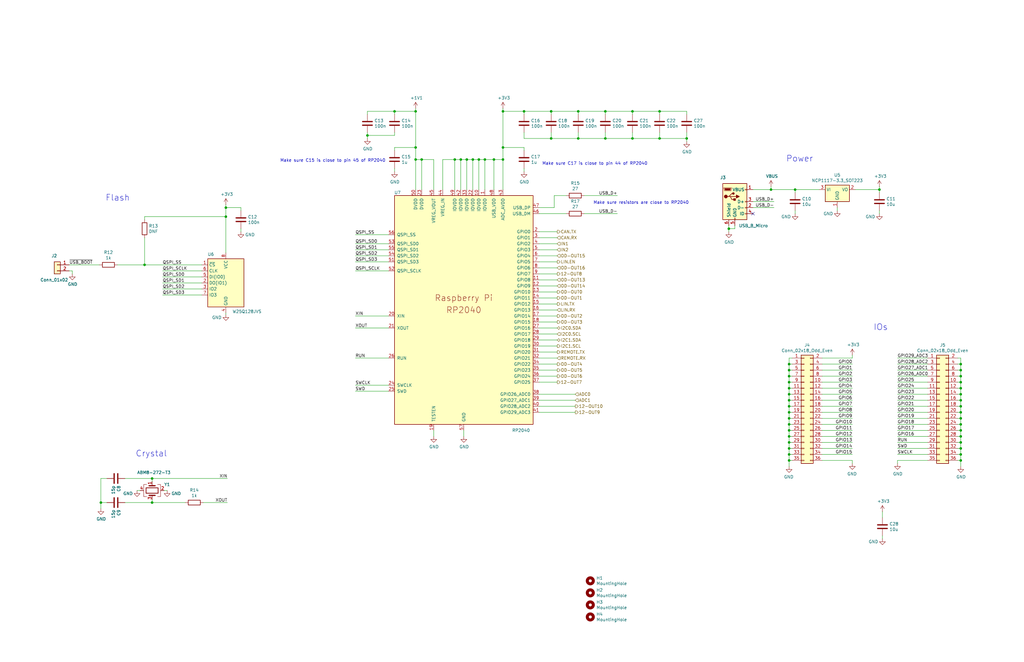
<source format=kicad_sch>
(kicad_sch (version 20231120) (generator "eeschema") (generator_version "8.0")
  (paper "B")
  (lib_symbols
    (symbol "Connector:USB_B_Micro" (pin_names (offset 1.016))
      (property "Reference" "J" (at -5.08 11.43 0))
      (property "Value" "USB_B_Micro" (at -5.08 8.89 0))
      (symbol "USB_B_Micro_1_1"
        (pin power_out line (at 7.62 5.08 180) (length 2.54) (name "VBUS") (number "1"))
        (pin bidirectional line (at 7.62 -2.54 180) (length 2.54) (name "D-") (number "2"))
        (pin bidirectional line (at 7.62 0 180) (length 2.54) (name "D+") (number "3"))
        (pin passive line (at 7.62 -5.08 180) (length 2.54) (name "ID") (number "4"))
        (pin power_out line (at 0 -10.16 90) (length 2.54) (name "GND") (number "5"))
        (pin passive line (at -2.54 -10.16 90) (length 2.54) (name "Shield") (number "6"))
      )
    )
    (symbol "Connector_Generic:Conn_01x02" (pin_names (offset 1.016) hide)
      (property "Reference" "J" (at 0 2.54 0))
      (property "Value" "Conn_01x02" (at 0 -5.08 0))
      (symbol "Conn_01x02_1_1"
        (pin passive line (at -5.08 0 0) (length 3.81) (name "Pin_1") (number "1"))
        (pin passive line (at -5.08 -2.54 0) (length 3.81) (name "Pin_2") (number "2"))
      )
    )
    (symbol "Connector_Generic:Conn_02x18_Odd_Even" (pin_names (offset 1.016) hide)
      (property "Reference" "J" (at 1.27 22.86 0))
      (property "Value" "Conn_02x18_Odd_Even" (at 1.27 -25.4 0))
      (symbol "Conn_02x18_Odd_Even_1_1"
        (pin passive line (at -5.08 20.32 0) (length 3.81) (name "Pin_1") (number "1"))
        (pin passive line (at 7.62 10.16 180) (length 3.81) (name "Pin_10") (number "10"))
        (pin passive line (at -5.08 7.62 0) (length 3.81) (name "Pin_11") (number "11"))
        (pin passive line (at 7.62 7.62 180) (length 3.81) (name "Pin_12") (number "12"))
        (pin passive line (at -5.08 5.08 0) (length 3.81) (name "Pin_13") (number "13"))
        (pin passive line (at 7.62 5.08 180) (length 3.81) (name "Pin_14") (number "14"))
        (pin passive line (at -5.08 2.54 0) (length 3.81) (name "Pin_15") (number "15"))
        (pin passive line (at 7.62 2.54 180) (length 3.81) (name "Pin_16") (number "16"))
        (pin passive line (at -5.08 0 0) (length 3.81) (name "Pin_17") (number "17"))
        (pin passive line (at 7.62 0 180) (length 3.81) (name "Pin_18") (number "18"))
        (pin passive line (at -5.08 -2.54 0) (length 3.81) (name "Pin_19") (number "19"))
        (pin passive line (at 7.62 20.32 180) (length 3.81) (name "Pin_2") (number "2"))
        (pin passive line (at 7.62 -2.54 180) (length 3.81) (name "Pin_20") (number "20"))
        (pin passive line (at -5.08 -5.08 0) (length 3.81) (name "Pin_21") (number "21"))
        (pin passive line (at 7.62 -5.08 180) (length 3.81) (name "Pin_22") (number "22"))
        (pin passive line (at -5.08 -7.62 0) (length 3.81) (name "Pin_23") (number "23"))
        (pin passive line (at 7.62 -7.62 180) (length 3.81) (name "Pin_24") (number "24"))
        (pin passive line (at -5.08 -10.16 0) (length 3.81) (name "Pin_25") (number "25"))
        (pin passive line (at 7.62 -10.16 180) (length 3.81) (name "Pin_26") (number "26"))
        (pin passive line (at -5.08 -12.7 0) (length 3.81) (name "Pin_27") (number "27"))
        (pin passive line (at 7.62 -12.7 180) (length 3.81) (name "Pin_28") (number "28"))
        (pin passive line (at -5.08 -15.24 0) (length 3.81) (name "Pin_29") (number "29"))
        (pin passive line (at -5.08 17.78 0) (length 3.81) (name "Pin_3") (number "3"))
        (pin passive line (at 7.62 -15.24 180) (length 3.81) (name "Pin_30") (number "30"))
        (pin passive line (at -5.08 -17.78 0) (length 3.81) (name "Pin_31") (number "31"))
        (pin passive line (at 7.62 -17.78 180) (length 3.81) (name "Pin_32") (number "32"))
        (pin passive line (at -5.08 -20.32 0) (length 3.81) (name "Pin_33") (number "33"))
        (pin passive line (at 7.62 -20.32 180) (length 3.81) (name "Pin_34") (number "34"))
        (pin passive line (at -5.08 -22.86 0) (length 3.81) (name "Pin_35") (number "35"))
        (pin passive line (at 7.62 -22.86 180) (length 3.81) (name "Pin_36") (number "36"))
        (pin passive line (at 7.62 17.78 180) (length 3.81) (name "Pin_4") (number "4"))
        (pin passive line (at -5.08 15.24 0) (length 3.81) (name "Pin_5") (number "5"))
        (pin passive line (at 7.62 15.24 180) (length 3.81) (name "Pin_6") (number "6"))
        (pin passive line (at -5.08 12.7 0) (length 3.81) (name "Pin_7") (number "7"))
        (pin passive line (at 7.62 12.7 180) (length 3.81) (name "Pin_8") (number "8"))
        (pin passive line (at -5.08 10.16 0) (length 3.81) (name "Pin_9") (number "9"))
      )
    )
    (symbol "Device:C" (pin_numbers hide) (pin_names (offset 0.254))
      (property "Reference" "C" (at 0.635 2.54 0))
      (property "Value" "C" (at 0.635 -2.54 0))
      (symbol "C_1_1"
        (pin passive line (at 0 3.81 270) (length 2.794) (name "~") (number "1"))
        (pin passive line (at 0 -3.81 90) (length 2.794) (name "~") (number "2"))
      )
    )
    (symbol "Device:Crystal_GND24" (pin_names (offset 1.016) hide)
      (property "Reference" "Y" (at 3.175 5.08 0))
      (property "Value" "Crystal_GND24" (at 3.175 3.175 0))
      (symbol "Crystal_GND24_1_1"
        (pin passive line (at -3.81 0 0) (length 1.27) (name "1") (number "1"))
        (pin passive line (at 0 5.08 270) (length 1.27) (name "2") (number "2"))
        (pin passive line (at 3.81 0 180) (length 1.27) (name "3") (number "3"))
        (pin passive line (at 0 -5.08 90) (length 1.27) (name "4") (number "4"))
      )
    )
    (symbol "Device:R" (pin_numbers hide) (pin_names (offset 0))
      (property "Reference" "R" (at 2.032 0 90))
      (property "Value" "R" (at 0 0 90))
      (symbol "R_1_1"
        (pin passive line (at 0 3.81 270) (length 1.27) (name "~") (number "1"))
        (pin passive line (at 0 -3.81 90) (length 1.27) (name "~") (number "2"))
      )
    )
    (symbol "MCU_RaspberryPi_RP2040:RP2040" (pin_names (offset 1.016))
      (property "Reference" "U" (at -29.21 49.53 0))
      (property "Value" "RP2040" (at 24.13 -49.53 0))
      (symbol "RP2040_0_0"
        (text "Raspberry Pi" (at 0 5.08 0) (effects (font (size 2.54 2.54))))
        (text "RP2040" (at 0 0 0) (effects (font (size 2.54 2.54))))
      )
      (symbol "RP2040_1_1"
        (pin power_in line (at 8.89 50.8 270) (length 2.54) (name "IOVDD") (number "1"))
        (pin power_in line (at 6.35 50.8 270) (length 2.54) (name "IOVDD") (number "10"))
        (pin bidirectional line (at 31.75 12.7 180) (length 2.54) (name "GPIO8") (number "11"))
        (pin bidirectional line (at 31.75 10.16 180) (length 2.54) (name "GPIO9") (number "12"))
        (pin bidirectional line (at 31.75 7.62 180) (length 2.54) (name "GPIO10") (number "13"))
        (pin bidirectional line (at 31.75 5.08 180) (length 2.54) (name "GPIO11") (number "14"))
        (pin bidirectional line (at 31.75 2.54 180) (length 2.54) (name "GPIO12") (number "15"))
        (pin bidirectional line (at 31.75 0 180) (length 2.54) (name "GPIO13") (number "16"))
        (pin bidirectional line (at 31.75 -2.54 180) (length 2.54) (name "GPIO14") (number "17"))
        (pin bidirectional line (at 31.75 -5.08 180) (length 2.54) (name "GPIO15") (number "18"))
        (pin passive line (at -12.7 -50.8 90) (length 2.54) (name "TESTEN") (number "19"))
        (pin bidirectional line (at 31.75 33.02 180) (length 2.54) (name "GPIO0") (number "2"))
        (pin input line (at -31.75 -2.54 0) (length 2.54) (name "XIN") (number "20"))
        (pin passive line (at -31.75 -7.62 0) (length 2.54) (name "XOUT") (number "21"))
        (pin power_in line (at 3.81 50.8 270) (length 2.54) (name "IOVDD") (number "22"))
        (pin power_in line (at -17.78 50.8 270) (length 2.54) (name "DVDD") (number "23"))
        (pin output line (at -31.75 -31.75 0) (length 2.54) (name "SWCLK") (number "24"))
        (pin bidirectional line (at -31.75 -34.29 0) (length 2.54) (name "SWD") (number "25"))
        (pin input line (at -31.75 -20.32 0) (length 2.54) (name "RUN") (number "26"))
        (pin bidirectional line (at 31.75 -7.62 180) (length 2.54) (name "GPIO16") (number "27"))
        (pin bidirectional line (at 31.75 -10.16 180) (length 2.54) (name "GPIO17") (number "28"))
        (pin bidirectional line (at 31.75 -12.7 180) (length 2.54) (name "GPIO18") (number "29"))
        (pin bidirectional line (at 31.75 30.48 180) (length 2.54) (name "GPIO1") (number "3"))
        (pin bidirectional line (at 31.75 -15.24 180) (length 2.54) (name "GPIO19") (number "30"))
        (pin bidirectional line (at 31.75 -17.78 180) (length 2.54) (name "GPIO20") (number "31"))
        (pin bidirectional line (at 31.75 -20.32 180) (length 2.54) (name "GPIO21") (number "32"))
        (pin power_in line (at 1.27 50.8 270) (length 2.54) (name "IOVDD") (number "33"))
        (pin bidirectional line (at 31.75 -22.86 180) (length 2.54) (name "GPIO22") (number "34"))
        (pin bidirectional line (at 31.75 -25.4 180) (length 2.54) (name "GPIO23") (number "35"))
        (pin bidirectional line (at 31.75 -27.94 180) (length 2.54) (name "GPIO24") (number "36"))
        (pin bidirectional line (at 31.75 -30.48 180) (length 2.54) (name "GPIO25") (number "37"))
        (pin bidirectional line (at 31.75 -35.56 180) (length 2.54) (name "GPIO26_ADC0") (number "38"))
        (pin bidirectional line (at 31.75 -38.1 180) (length 2.54) (name "GPIO27_ADC1") (number "39"))
        (pin bidirectional line (at 31.75 27.94 180) (length 2.54) (name "GPIO2") (number "4"))
        (pin bidirectional line (at 31.75 -40.64 180) (length 2.54) (name "GPIO28_ADC2") (number "40"))
        (pin bidirectional line (at 31.75 -43.18 180) (length 2.54) (name "GPIO29_ADC3") (number "41"))
        (pin power_in line (at -1.27 50.8 270) (length 2.54) (name "IOVDD") (number "42"))
        (pin power_in line (at 16.51 50.8 270) (length 2.54) (name "ADC_AVDD") (number "43"))
        (pin power_in line (at -8.89 50.8 270) (length 2.54) (name "VREG_IN") (number "44"))
        (pin power_out line (at -12.7 50.8 270) (length 2.54) (name "VREG_VOUT") (number "45"))
        (pin bidirectional line (at 31.75 40.64 180) (length 2.54) (name "USB_DM") (number "46"))
        (pin bidirectional line (at 31.75 43.18 180) (length 2.54) (name "USB_DP") (number "47"))
        (pin power_in line (at 12.7 50.8 270) (length 2.54) (name "USB_VDD") (number "48"))
        (pin power_in line (at -3.81 50.8 270) (length 2.54) (name "IOVDD") (number "49"))
        (pin bidirectional line (at 31.75 25.4 180) (length 2.54) (name "GPIO3") (number "5"))
        (pin power_in line (at -20.32 50.8 270) (length 2.54) (name "DVDD") (number "50"))
        (pin bidirectional line (at -31.75 20.32 0) (length 2.54) (name "QSPI_SD3") (number "51"))
        (pin output line (at -31.75 16.51 0) (length 2.54) (name "QSPI_SCLK") (number "52"))
        (pin bidirectional line (at -31.75 27.94 0) (length 2.54) (name "QSPI_SD0") (number "53"))
        (pin bidirectional line (at -31.75 22.86 0) (length 2.54) (name "QSPI_SD2") (number "54"))
        (pin bidirectional line (at -31.75 25.4 0) (length 2.54) (name "QSPI_SD1") (number "55"))
        (pin bidirectional line (at -31.75 31.75 0) (length 2.54) (name "QSPI_SS") (number "56"))
        (pin power_in line (at 0 -50.8 90) (length 2.54) (name "GND") (number "57"))
        (pin bidirectional line (at 31.75 22.86 180) (length 2.54) (name "GPIO4") (number "6"))
        (pin bidirectional line (at 31.75 20.32 180) (length 2.54) (name "GPIO5") (number "7"))
        (pin bidirectional line (at 31.75 17.78 180) (length 2.54) (name "GPIO6") (number "8"))
        (pin bidirectional line (at 31.75 15.24 180) (length 2.54) (name "GPIO7") (number "9"))
      )
    )
    (symbol "Mechanical:MountingHole" (pin_names (offset 1.016))
      (property "Reference" "H" (at 0 5.08 0))
      (property "Value" "MountingHole" (at 0 3.175 0))
    )
    (symbol "Memory_Flash:W25Q128JVS"
      (property "Reference" "U" (at -8.89 8.89 0))
      (property "Value" "W25Q128JVS" (at 7.62 8.89 0))
      (symbol "W25Q128JVS_1_1"
        (pin input line (at -10.16 7.62 0) (length 2.54) (name "~{CS}") (number "1"))
        (pin bidirectional line (at -10.16 0 0) (length 2.54) (name "DO(IO1)") (number "2"))
        (pin bidirectional line (at -10.16 -2.54 0) (length 2.54) (name "IO2") (number "3"))
        (pin power_in line (at 0 -12.7 90) (length 2.54) (name "GND") (number "4"))
        (pin bidirectional line (at -10.16 2.54 0) (length 2.54) (name "DI(IO0)") (number "5"))
        (pin input line (at -10.16 5.08 0) (length 2.54) (name "CLK") (number "6"))
        (pin bidirectional line (at -10.16 -5.08 0) (length 2.54) (name "IO3") (number "7"))
        (pin power_in line (at 0 12.7 270) (length 2.54) (name "VCC") (number "8"))
      )
    )
    (symbol "Regulator_Linear:NCP1117-3.3_SOT223"
      (property "Reference" "U" (at -3.81 3.175 0))
      (property "Value" "NCP1117-3.3_SOT223" (at 0 3.175 0))
      (symbol "NCP1117-3.3_SOT223_1_1"
        (pin power_in line (at 0 -7.62 90) (length 2.54) (name "GND") (number "1"))
        (pin power_out line (at 7.62 0 180) (length 2.54) (name "VO") (number "2"))
        (pin power_in line (at -7.62 0 0) (length 2.54) (name "VI") (number "3"))
      )
    )
    (symbol "power:+1V1" (power) (pin_names (offset 0))
      (property "Value" "+1V1" (at 0 3.556 0))
      (symbol "+1V1_1_1"
        (pin power_in line (at 0 0 90) (length 0) hide (name "+1V1") (number "1"))
      )
    )
    (symbol "power:+3V3" (power) (pin_numbers hide) (pin_names (offset 0) hide)
      (property "Value" "+3V3" (at 0 3.556 0))
      (symbol "+3V3_1_1"
        (pin power_in line (at 0 0 90) (length 0) (name "~") (number "1"))
      )
    )
    (symbol "power:GND" (power) (pin_names (offset 0))
      (property "Value" "GND" (at 0 -3.81 0))
      (symbol "GND_1_1"
        (pin power_in line (at 0 0 270) (length 0) hide (name "GND") (number "1"))
      )
    )
    (symbol "power:VBUS" (power) (pin_names (offset 0))
      (property "Value" "VBUS" (at 0 3.81 0))
      (symbol "VBUS_1_1"
        (pin power_in line (at 0 0 90) (length 0) hide (name "VBUS") (number "1"))
      )
    )
  )
  (junction (at 405.13 168.91))
  (junction (at 232.41 46.99))
  (junction (at 332.74 158.75))
  (junction (at 243.84 58.42))
  (junction (at 194.31 67.31))
  (junction (at 177.8 67.31))
  (junction (at 307.34 96.52))
  (junction (at 95.25 91.44))
  (junction (at 332.74 173.99))
  (junction (at 332.74 161.29))
  (junction (at 204.47 67.31))
  (junction (at 175.26 67.31))
  (junction (at 405.13 153.67))
  (junction (at 220.98 46.99))
  (junction (at 332.74 194.31))
  (junction (at 95.25 87.63))
  (junction (at 201.93 67.31))
  (junction (at 232.41 58.42))
  (junction (at 199.39 67.31))
  (junction (at 212.09 67.31))
  (junction (at 212.09 46.99))
  (junction (at 332.74 156.21))
  (junction (at 405.13 184.15))
  (junction (at 332.74 186.69))
  (junction (at 212.09 62.23))
  (junction (at 332.74 171.45))
  (junction (at 405.13 176.53))
  (junction (at 332.74 153.67))
  (junction (at 60.96 111.76))
  (junction (at 405.13 161.29))
  (junction (at 278.13 58.42))
  (junction (at 196.85 67.31))
  (junction (at 332.74 184.15))
  (junction (at 405.13 181.61))
  (junction (at 370.84 80.01))
  (junction (at 332.74 163.83))
  (junction (at 191.77 67.31))
  (junction (at 175.26 46.99))
  (junction (at 405.13 158.75))
  (junction (at 255.27 58.42))
  (junction (at 405.13 173.99))
  (junction (at 243.84 46.99))
  (junction (at 154.94 57.15))
  (junction (at 405.13 163.83))
  (junction (at 335.28 80.01))
  (junction (at 325.12 80.01))
  (junction (at 405.13 166.37))
  (junction (at 64.135 212.09))
  (junction (at 332.74 189.23))
  (junction (at 166.37 46.99))
  (junction (at 332.74 166.37))
  (junction (at 405.13 156.21))
  (junction (at 255.27 46.99))
  (junction (at 332.74 191.77))
  (junction (at 405.13 191.77))
  (junction (at 289.56 58.42))
  (junction (at 278.13 46.99))
  (junction (at 405.13 189.23))
  (junction (at 175.26 62.23))
  (junction (at 405.13 194.31))
  (junction (at 266.7 46.99))
  (junction (at 332.74 179.07))
  (junction (at 332.74 181.61))
  (junction (at 405.13 179.07))
  (junction (at 266.7 58.42))
  (junction (at 405.13 171.45))
  (junction (at 405.13 186.69))
  (junction (at 64.135 201.93))
  (junction (at 42.545 212.09))
  (junction (at 332.74 176.53))
  (junction (at 208.28 67.31))
  (junction (at 332.74 168.91))
  (no_connect (at 317.5 90.17))
  (wire (pts (xy 359.41 186.69) (xy 346.71 186.69)))
  (wire (pts (xy 403.86 171.45) (xy 405.13 171.45)))
  (wire (pts (xy 391.16 179.07) (xy 378.46 179.07)))
  (wire (pts (xy 255.27 55.88) (xy 255.27 58.42)))
  (wire (pts (xy 85.09 121.92) (xy 68.58 121.92)))
  (wire (pts (xy 177.8 80.01) (xy 177.8 67.31)))
  (wire (pts (xy 227.33 153.67) (xy 234.95 153.67)))
  (wire (pts (xy 186.69 80.01) (xy 186.69 67.31)))
  (wire (pts (xy 405.13 189.23) (xy 405.13 191.77)))
  (wire (pts (xy 405.13 168.91) (xy 405.13 171.45)))
  (wire (pts (xy 334.01 176.53) (xy 332.74 176.53)))
  (wire (pts (xy 359.41 158.75) (xy 346.71 158.75)))
  (wire (pts (xy 334.01 153.67) (xy 332.74 153.67)))
  (wire (pts (xy 212.09 46.99) (xy 212.09 62.23)))
  (wire (pts (xy 359.41 156.21) (xy 346.71 156.21)))
  (wire (pts (xy 378.46 194.31) (xy 391.16 194.31)))
  (wire (pts (xy 391.16 156.21) (xy 378.46 156.21)))
  (wire (pts (xy 227.33 158.75) (xy 234.95 158.75)))
  (wire (pts (xy 85.09 119.38) (xy 68.58 119.38)))
  (wire (pts (xy 370.84 88.9) (xy 370.84 90.17)))
  (wire (pts (xy 334.01 191.77) (xy 332.74 191.77)))
  (wire (pts (xy 391.16 171.45) (xy 378.46 171.45)))
  (wire (pts (xy 149.86 133.35) (xy 163.83 133.35)))
  (wire (pts (xy 289.56 55.88) (xy 289.56 58.42)))
  (wire (pts (xy 359.41 184.15) (xy 346.71 184.15)))
  (wire (pts (xy 163.83 99.06) (xy 149.86 99.06)))
  (wire (pts (xy 372.11 215.9) (xy 372.11 218.44)))
  (wire (pts (xy 266.7 46.99) (xy 278.13 46.99)))
  (wire (pts (xy 227.33 120.65) (xy 234.95 120.65)))
  (wire (pts (xy 212.09 45.72) (xy 212.09 46.99)))
  (wire (pts (xy 194.31 80.01) (xy 194.31 67.31)))
  (wire (pts (xy 52.705 212.09) (xy 64.135 212.09)))
  (wire (pts (xy 391.16 176.53) (xy 378.46 176.53)))
  (wire (pts (xy 360.68 80.01) (xy 370.84 80.01)))
  (wire (pts (xy 332.74 176.53) (xy 332.74 179.07)))
  (wire (pts (xy 154.94 57.15) (xy 154.94 58.42)))
  (wire (pts (xy 64.135 212.09) (xy 78.105 212.09)))
  (wire (pts (xy 52.705 201.93) (xy 64.135 201.93)))
  (wire (pts (xy 182.88 67.31) (xy 177.8 67.31)))
  (wire (pts (xy 405.13 191.77) (xy 405.13 194.31)))
  (wire (pts (xy 227.33 87.63) (xy 233.68 87.63)))
  (wire (pts (xy 278.13 46.99) (xy 289.56 46.99)))
  (wire (pts (xy 220.98 48.26) (xy 220.98 46.99)))
  (wire (pts (xy 95.25 132.715) (xy 95.25 132.08)))
  (wire (pts (xy 227.33 102.87) (xy 234.95 102.87)))
  (wire (pts (xy 154.94 46.99) (xy 166.37 46.99)))
  (wire (pts (xy 163.83 165.1) (xy 149.86 165.1)))
  (wire (pts (xy 220.98 55.88) (xy 220.98 58.42)))
  (wire (pts (xy 372.11 226.06) (xy 372.11 227.33)))
  (wire (pts (xy 334.01 173.99) (xy 332.74 173.99)))
  (wire (pts (xy 266.7 48.26) (xy 266.7 46.99)))
  (wire (pts (xy 227.33 123.19) (xy 234.95 123.19)))
  (wire (pts (xy 405.13 179.07) (xy 405.13 181.61)))
  (wire (pts (xy 403.86 168.91) (xy 405.13 168.91)))
  (wire (pts (xy 332.74 184.15) (xy 332.74 186.69)))
  (wire (pts (xy 199.39 67.31) (xy 201.93 67.31)))
  (wire (pts (xy 391.16 168.91) (xy 378.46 168.91)))
  (wire (pts (xy 69.215 207.01) (xy 70.485 207.01)))
  (wire (pts (xy 182.88 181.61) (xy 182.88 184.15)))
  (wire (pts (xy 194.31 67.31) (xy 196.85 67.31)))
  (wire (pts (xy 309.88 96.52) (xy 307.34 96.52)))
  (wire (pts (xy 391.16 158.75) (xy 378.46 158.75)))
  (wire (pts (xy 212.09 62.23) (xy 220.98 62.23)))
  (wire (pts (xy 359.41 173.99) (xy 346.71 173.99)))
  (wire (pts (xy 289.56 48.26) (xy 289.56 46.99)))
  (wire (pts (xy 332.74 151.13) (xy 332.74 153.67)))
  (wire (pts (xy 359.41 166.37) (xy 346.71 166.37)))
  (wire (pts (xy 208.28 80.01) (xy 208.28 67.31)))
  (wire (pts (xy 332.74 168.91) (xy 332.74 171.45)))
  (wire (pts (xy 405.13 156.21) (xy 405.13 158.75)))
  (wire (pts (xy 163.83 151.13) (xy 149.86 151.13)))
  (wire (pts (xy 334.01 156.21) (xy 332.74 156.21)))
  (wire (pts (xy 359.41 151.13) (xy 359.41 149.86)))
  (wire (pts (xy 227.33 128.27) (xy 234.95 128.27)))
  (wire (pts (xy 227.33 146.05) (xy 234.95 146.05)))
  (wire (pts (xy 334.01 166.37) (xy 332.74 166.37)))
  (wire (pts (xy 403.86 156.21) (xy 405.13 156.21)))
  (wire (pts (xy 391.16 191.77) (xy 378.46 191.77)))
  (wire (pts (xy 85.09 124.46) (xy 68.58 124.46)))
  (wire (pts (xy 166.37 57.15) (xy 166.37 55.88)))
  (wire (pts (xy 359.41 191.77) (xy 346.71 191.77)))
  (wire (pts (xy 359.41 189.23) (xy 346.71 189.23)))
  (wire (pts (xy 405.13 186.69) (xy 405.13 189.23)))
  (wire (pts (xy 403.86 184.15) (xy 405.13 184.15)))
  (wire (pts (xy 278.13 55.88) (xy 278.13 58.42)))
  (wire (pts (xy 60.96 111.76) (xy 85.09 111.76)))
  (wire (pts (xy 101.6 87.63) (xy 95.25 87.63)))
  (wire (pts (xy 154.94 57.15) (xy 166.37 57.15)))
  (wire (pts (xy 201.93 67.31) (xy 204.47 67.31)))
  (wire (pts (xy 255.27 48.26) (xy 255.27 46.99)))
  (wire (pts (xy 227.33 125.73) (xy 234.95 125.73)))
  (wire (pts (xy 345.44 80.01) (xy 335.28 80.01)))
  (wire (pts (xy 149.86 105.41) (xy 163.83 105.41)))
  (wire (pts (xy 227.33 138.43) (xy 234.95 138.43)))
  (wire (pts (xy 334.01 181.61) (xy 332.74 181.61)))
  (wire (pts (xy 243.84 58.42) (xy 232.41 58.42)))
  (wire (pts (xy 166.37 63.5) (xy 166.37 62.23)))
  (wire (pts (xy 227.33 140.97) (xy 234.95 140.97)))
  (wire (pts (xy 359.41 181.61) (xy 346.71 181.61)))
  (wire (pts (xy 391.16 173.99) (xy 378.46 173.99)))
  (wire (pts (xy 359.41 176.53) (xy 346.71 176.53)))
  (wire (pts (xy 359.41 163.83) (xy 346.71 163.83)))
  (wire (pts (xy 266.7 55.88) (xy 266.7 58.42)))
  (wire (pts (xy 60.96 100.33) (xy 60.96 111.76)))
  (wire (pts (xy 405.13 184.15) (xy 405.13 186.69)))
  (wire (pts (xy 175.26 62.23) (xy 175.26 67.31)))
  (wire (pts (xy 220.98 63.5) (xy 220.98 62.23)))
  (wire (pts (xy 334.01 179.07) (xy 332.74 179.07)))
  (wire (pts (xy 359.41 194.31) (xy 346.71 194.31)))
  (wire (pts (xy 405.13 163.83) (xy 405.13 166.37)))
  (wire (pts (xy 232.41 55.88) (xy 232.41 58.42)))
  (wire (pts (xy 45.085 201.93) (xy 42.545 201.93)))
  (wire (pts (xy 405.13 181.61) (xy 405.13 184.15)))
  (wire (pts (xy 391.16 151.13) (xy 378.46 151.13)))
  (wire (pts (xy 227.33 133.35) (xy 234.95 133.35)))
  (wire (pts (xy 278.13 48.26) (xy 278.13 46.99)))
  (wire (pts (xy 208.28 67.31) (xy 212.09 67.31)))
  (wire (pts (xy 57.785 207.01) (xy 59.055 207.01)))
  (wire (pts (xy 332.74 161.29) (xy 332.74 163.83)))
  (wire (pts (xy 243.84 48.26) (xy 243.84 46.99)))
  (wire (pts (xy 68.58 114.3) (xy 85.09 114.3)))
  (wire (pts (xy 163.83 162.56) (xy 149.86 162.56)))
  (wire (pts (xy 60.96 91.44) (xy 95.25 91.44)))
  (wire (pts (xy 85.725 212.09) (xy 95.885 212.09)))
  (wire (pts (xy 403.86 189.23) (xy 405.13 189.23)))
  (wire (pts (xy 166.37 48.26) (xy 166.37 46.99)))
  (wire (pts (xy 335.28 88.9) (xy 335.28 90.17)))
  (wire (pts (xy 403.86 176.53) (xy 405.13 176.53)))
  (wire (pts (xy 64.135 201.93) (xy 95.885 201.93)))
  (wire (pts (xy 246.38 90.17) (xy 260.35 90.17)))
  (wire (pts (xy 233.68 82.55) (xy 233.68 87.63)))
  (wire (pts (xy 30.48 114.3) (xy 30.48 115.57)))
  (wire (pts (xy 227.33 110.49) (xy 234.95 110.49)))
  (wire (pts (xy 227.33 166.37) (xy 242.57 166.37)))
  (wire (pts (xy 405.13 158.75) (xy 405.13 161.29)))
  (wire (pts (xy 227.33 171.45) (xy 242.57 171.45)))
  (wire (pts (xy 391.16 166.37) (xy 378.46 166.37)))
  (wire (pts (xy 332.74 163.83) (xy 332.74 166.37)))
  (wire (pts (xy 391.16 186.69) (xy 378.46 186.69)))
  (wire (pts (xy 227.33 156.21) (xy 234.95 156.21)))
  (wire (pts (xy 166.37 62.23) (xy 175.26 62.23)))
  (wire (pts (xy 359.41 168.91) (xy 346.71 168.91)))
  (wire (pts (xy 227.33 135.89) (xy 234.95 135.89)))
  (wire (pts (xy 391.16 161.29) (xy 378.46 161.29)))
  (wire (pts (xy 42.545 201.93) (xy 42.545 212.09)))
  (wire (pts (xy 255.27 46.99) (xy 266.7 46.99)))
  (wire (pts (xy 403.86 153.67) (xy 405.13 153.67)))
  (wire (pts (xy 403.86 158.75) (xy 405.13 158.75)))
  (wire (pts (xy 403.86 151.13) (xy 405.13 151.13)))
  (wire (pts (xy 166.37 71.12) (xy 166.37 72.39)))
  (wire (pts (xy 204.47 67.31) (xy 208.28 67.31)))
  (wire (pts (xy 182.88 80.01) (xy 182.88 67.31)))
  (wire (pts (xy 227.33 118.11) (xy 234.95 118.11)))
  (wire (pts (xy 391.16 163.83) (xy 378.46 163.83)))
  (wire (pts (xy 307.34 95.25) (xy 307.34 96.52)))
  (wire (pts (xy 246.38 82.55) (xy 260.35 82.55)))
  (wire (pts (xy 332.74 189.23) (xy 332.74 191.77)))
  (wire (pts (xy 204.47 67.31) (xy 204.47 80.01)))
  (wire (pts (xy 278.13 58.42) (xy 289.56 58.42)))
  (wire (pts (xy 201.93 80.01) (xy 201.93 67.31)))
  (wire (pts (xy 378.46 195.58) (xy 378.46 194.31)))
  (wire (pts (xy 149.86 110.49) (xy 163.83 110.49)))
  (wire (pts (xy 332.74 158.75) (xy 332.74 161.29)))
  (wire (pts (xy 332.74 181.61) (xy 332.74 184.15)))
  (wire (pts (xy 405.13 153.67) (xy 405.13 156.21)))
  (wire (pts (xy 332.74 191.77) (xy 332.74 194.31)))
  (wire (pts (xy 95.25 86.36) (xy 95.25 87.63)))
  (wire (pts (xy 64.135 210.82) (xy 64.135 212.09)))
  (wire (pts (xy 220.98 46.99) (xy 232.41 46.99)))
  (wire (pts (xy 243.84 46.99) (xy 255.27 46.99)))
  (wire (pts (xy 317.5 85.09) (xy 326.39 85.09)))
  (wire (pts (xy 405.13 173.99) (xy 405.13 176.53)))
  (wire (pts (xy 391.16 181.61) (xy 378.46 181.61)))
  (wire (pts (xy 64.135 203.2) (xy 64.135 201.93)))
  (wire (pts (xy 227.33 148.59) (xy 234.95 148.59)))
  (wire (pts (xy 101.6 88.9) (xy 101.6 87.63)))
  (wire (pts (xy 332.74 194.31) (xy 332.74 196.85)))
  (wire (pts (xy 359.41 161.29) (xy 346.71 161.29)))
  (wire (pts (xy 227.33 130.81) (xy 234.95 130.81)))
  (wire (pts (xy 403.86 186.69) (xy 405.13 186.69)))
  (wire (pts (xy 232.41 48.26) (xy 232.41 46.99)))
  (wire (pts (xy 332.74 166.37) (xy 332.74 168.91)))
  (wire (pts (xy 220.98 71.12) (xy 220.98 72.39)))
  (wire (pts (xy 101.6 96.52) (xy 101.6 97.79)))
  (wire (pts (xy 175.26 46.99) (xy 175.26 62.23)))
  (wire (pts (xy 359.41 179.07) (xy 346.71 179.07)))
  (wire (pts (xy 391.16 189.23) (xy 378.46 189.23)))
  (wire (pts (xy 29.21 114.3) (xy 30.48 114.3)))
  (wire (pts (xy 163.83 138.43) (xy 149.86 138.43)))
  (wire (pts (xy 317.5 87.63) (xy 326.39 87.63)))
  (wire (pts (xy 45.085 212.09) (xy 42.545 212.09)))
  (wire (pts (xy 177.8 67.31) (xy 175.26 67.31)))
  (wire (pts (xy 154.94 48.26) (xy 154.94 46.99)))
  (wire (pts (xy 95.25 91.44) (xy 95.25 106.68)))
  (wire (pts (xy 332.74 186.69) (xy 332.74 189.23)))
  (wire (pts (xy 227.33 161.29) (xy 234.95 161.29)))
  (wire (pts (xy 227.33 143.51) (xy 234.95 143.51)))
  (wire (pts (xy 196.85 67.31) (xy 199.39 67.31)))
  (wire (pts (xy 255.27 58.42) (xy 243.84 58.42)))
  (wire (pts (xy 278.13 58.42) (xy 266.7 58.42)))
  (wire (pts (xy 42.545 212.09) (xy 42.545 214.63)))
  (wire (pts (xy 403.86 181.61) (xy 405.13 181.61)))
  (wire (pts (xy 403.86 173.99) (xy 405.13 173.99)))
  (wire (pts (xy 212.09 67.31) (xy 212.09 80.01)))
  (wire (pts (xy 41.91 111.76) (xy 29.21 111.76)))
  (wire (pts (xy 191.77 67.31) (xy 194.31 67.31)))
  (wire (pts (xy 353.06 87.63) (xy 353.06 88.9)))
  (wire (pts (xy 405.13 194.31) (xy 405.13 196.85)))
  (wire (pts (xy 199.39 80.01) (xy 199.39 67.31)))
  (wire (pts (xy 334.01 184.15) (xy 332.74 184.15)))
  (wire (pts (xy 175.26 45.72) (xy 175.26 46.99)))
  (wire (pts (xy 334.01 194.31) (xy 332.74 194.31)))
  (wire (pts (xy 332.74 153.67) (xy 332.74 156.21)))
  (wire (pts (xy 405.13 161.29) (xy 405.13 163.83)))
  (wire (pts (xy 370.84 81.28) (xy 370.84 80.01)))
  (wire (pts (xy 405.13 166.37) (xy 405.13 168.91)))
  (wire (pts (xy 332.74 173.99) (xy 332.74 176.53)))
  (wire (pts (xy 95.25 87.63) (xy 95.25 91.44)))
  (wire (pts (xy 405.13 171.45) (xy 405.13 173.99)))
  (wire (pts (xy 227.33 168.91) (xy 242.57 168.91)))
  (wire (pts (xy 49.53 111.76) (xy 60.96 111.76)))
  (wire (pts (xy 334.01 189.23) (xy 332.74 189.23)))
  (wire (pts (xy 85.09 116.84) (xy 68.58 116.84)))
  (wire (pts (xy 334.01 186.69) (xy 332.74 186.69)))
  (wire (pts (xy 232.41 46.99) (xy 243.84 46.99)))
  (wire (pts (xy 370.84 80.01) (xy 370.84 78.74)))
  (wire (pts (xy 403.86 166.37) (xy 405.13 166.37)))
  (wire (pts (xy 317.5 80.01) (xy 325.12 80.01)))
  (wire (pts (xy 335.28 81.28) (xy 335.28 80.01)))
  (wire (pts (xy 227.33 100.33) (xy 234.95 100.33)))
  (wire (pts (xy 227.33 97.79) (xy 234.95 97.79)))
  (wire (pts (xy 289.56 58.42) (xy 289.56 59.69)))
  (wire (pts (xy 163.83 114.3) (xy 149.86 114.3)))
  (wire (pts (xy 149.86 107.95) (xy 163.83 107.95)))
  (wire (pts (xy 232.41 58.42) (xy 220.98 58.42)))
  (wire (pts (xy 334.01 168.91) (xy 332.74 168.91)))
  (wire (pts (xy 332.74 179.07) (xy 332.74 181.61)))
  (wire (pts (xy 191.77 80.01) (xy 191.77 67.31)))
  (wire (pts (xy 212.09 62.23) (xy 212.09 67.31)))
  (wire (pts (xy 359.41 151.13) (xy 346.71 151.13)))
  (wire (pts (xy 227.33 173.99) (xy 242.57 173.99)))
  (wire (pts (xy 309.88 95.25) (xy 309.88 96.52)))
  (wire (pts (xy 154.94 55.88) (xy 154.94 57.15)))
  (wire (pts (xy 166.37 46.99) (xy 175.26 46.99)))
  (wire (pts (xy 403.86 194.31) (xy 405.13 194.31)))
  (wire (pts (xy 403.86 161.29) (xy 405.13 161.29)))
  (wire (pts (xy 403.86 163.83) (xy 405.13 163.83)))
  (wire (pts (xy 405.13 176.53) (xy 405.13 179.07)))
  (wire (pts (xy 149.86 102.87) (xy 163.83 102.87)))
  (wire (pts (xy 227.33 115.57) (xy 234.95 115.57)))
  (wire (pts (xy 391.16 153.67) (xy 378.46 153.67)))
  (wire (pts (xy 359.41 153.67) (xy 346.71 153.67)))
  (wire (pts (xy 307.34 96.52) (xy 307.34 97.79)))
  (wire (pts (xy 266.7 58.42) (xy 255.27 58.42)))
  (wire (pts (xy 334.01 161.29) (xy 332.74 161.29)))
  (wire (pts (xy 233.68 82.55) (xy 238.76 82.55)))
  (wire (pts (xy 334.01 158.75) (xy 332.74 158.75)))
  (wire (pts (xy 403.86 191.77) (xy 405.13 191.77)))
  (wire (pts (xy 186.69 67.31) (xy 191.77 67.31)))
  (wire (pts (xy 334.01 171.45) (xy 332.74 171.45)))
  (wire (pts (xy 227.33 113.03) (xy 234.95 113.03)))
  (wire (pts (xy 196.85 80.01) (xy 196.85 67.31)))
  (wire (pts (xy 334.01 163.83) (xy 332.74 163.83)))
  (wire (pts (xy 212.09 46.99) (xy 220.98 46.99)))
  (wire (pts (xy 332.74 156.21) (xy 332.74 158.75)))
  (wire (pts (xy 227.33 107.95) (xy 234.95 107.95)))
  (wire (pts (xy 391.16 184.15) (xy 378.46 184.15)))
  (wire (pts (xy 227.33 151.13) (xy 234.95 151.13)))
  (wire (pts (xy 403.86 179.07) (xy 405.13 179.07)))
  (wire (pts (xy 359.41 171.45) (xy 346.71 171.45)))
  (wire (pts (xy 334.01 151.13) (xy 332.74 151.13)))
  (wire (pts (xy 359.41 195.58) (xy 359.41 194.31)))
  (wire (pts (xy 243.84 55.88) (xy 243.84 58.42)))
  (wire (pts (xy 195.58 181.61) (xy 195.58 184.15)))
  (wire (pts (xy 325.12 80.01) (xy 335.28 80.01)))
  (wire (pts (xy 60.96 92.71) (xy 60.96 91.44)))
  (wire (pts (xy 227.33 105.41) (xy 234.95 105.41)))
  (wire (pts (xy 325.12 78.74) (xy 325.12 80.01)))
  (wire (pts (xy 175.26 67.31) (xy 175.26 80.01)))
  (wire (pts (xy 405.13 151.13) (xy 405.13 153.67)))
  (wire (pts (xy 227.33 90.17) (xy 238.76 90.17)))
  (wire (pts (xy 332.74 171.45) (xy 332.74 173.99)))
  (text "Crystal" (at 57.15 193.04 0) (effects (font (size 2.54 2.54)) (justify left bottom)))
  (text "Make sure C15 is close to pin 45 of RP2040" (at 118.11 68.58 0) (effects (font (size 1.27 1.27)) (justify left bottom)))
  (text "Flash" (at 44.45 85.09 0) (effects (font (size 2.54 2.54)) (justify left bottom)))
  (text "Make sure C17 is close to pin 44 of RP2040" (at 228.6 69.85 0) (effects (font (size 1.27 1.27)) (justify left bottom)))
  (text "Power" (at 331.47 68.58 0) (effects (font (size 2.54 2.54)) (justify left bottom)))
  (text "IOs" (at 368.3 139.7 0) (effects (font (size 2.54 2.54)) (justify left bottom)))
  (text "Make sure resistors are close to RP2040" (at 250.19 86.36 0) (effects (font (size 1.27 1.27)) (justify left bottom)))
  (label "GPIO28_ADC2" (at 378.46 153.67 0))
  (label "GPIO7" (at 359.41 171.45 180))
  (label "SWD" (at 378.46 189.23 0))
  (label "USB_D-" (at 326.39 87.63 180))
  (label "GPIO12" (at 359.41 184.15 180))
  (label "GPIO24" (at 378.46 163.83 0))
  (label "GPIO14" (at 359.41 189.23 180))
  (label "QSPI_SD0" (at 68.58 116.84 0))
  (label "GPIO26_ADC0" (at 378.46 158.75 0))
  (label "GPIO11" (at 359.41 181.61 180))
  (label "GPIO6" (at 359.41 168.91 180))
  (label "GPIO19" (at 378.46 176.53 0))
  (label "GPIO9" (at 359.41 176.53 180))
  (label "QSPI_SD1" (at 68.58 119.38 0))
  (label "SWCLK" (at 378.46 191.77 0))
  (label "GPIO25" (at 378.46 161.29 0))
  (label "RUN" (at 378.46 186.69 0))
  (label "XOUT" (at 95.885 212.09 180))
  (label "SWD" (at 149.86 165.1 0))
  (label "GPIO5" (at 359.41 166.37 180))
  (label "XOUT" (at 149.86 138.43 0))
  (label "GPIO13" (at 359.41 186.69 180))
  (label "~{USB_BOOT}" (at 29.21 111.76 0))
  (label "GPIO8" (at 359.41 173.99 180))
  (label "USB_D+" (at 326.39 85.09 180))
  (label "QSPI_SD2" (at 68.58 121.92 0))
  (label "QSPI_SD3" (at 68.58 124.46 0))
  (label "GPIO15" (at 359.41 191.77 180))
  (label "GPIO29_ADC3" (at 378.46 151.13 0))
  (label "QSPI_SD2" (at 149.86 107.95 0))
  (label "QSPI_SD0" (at 149.86 102.87 0))
  (label "GPIO20" (at 378.46 173.99 0))
  (label "GPIO4" (at 359.41 163.83 180))
  (label "GPIO10" (at 359.41 179.07 180))
  (label "GPIO27_ADC1" (at 378.46 156.21 0))
  (label "QSPI_SCLK" (at 149.86 114.3 0))
  (label "GPIO23" (at 378.46 166.37 0))
  (label "USB_D-" (at 260.35 90.17 180))
  (label "GPIO22" (at 378.46 168.91 0))
  (label "QSPI_SCLK" (at 68.58 114.3 0))
  (label "SWCLK" (at 149.86 162.56 0))
  (label "RUN" (at 149.86 151.13 0))
  (label "QSPI_SD3" (at 149.86 110.49 0))
  (label "GPIO0" (at 359.41 153.67 180))
  (label "XIN" (at 95.885 201.93 180))
  (label "GPIO1" (at 359.41 156.21 180))
  (label "USB_D+" (at 260.35 82.55 180))
  (label "GPIO17" (at 378.46 181.61 0))
  (label "QSPI_SS" (at 68.58 111.76 0))
  (label "QSPI_SS" (at 149.86 99.06 0))
  (label "GPIO2" (at 359.41 158.75 180))
  (label "GPIO18" (at 378.46 179.07 0))
  (label "GPIO3" (at 359.41 161.29 180))
  (label "QSPI_SD1" (at 149.86 105.41 0))
  (label "GPIO16" (at 378.46 184.15 0))
  (label "XIN" (at 149.86 133.35 0))
  (label "GPIO21" (at 378.46 171.45 0))
  (hierarchical_label "LIN.TX" (shape output) (at 234.95 128.27 0))
  (hierarchical_label "ADC1" (shape input) (at 242.57 168.91 0))
  (hierarchical_label "12-OUT9" (shape output) (at 242.57 173.99 0))
  (hierarchical_label "OD-OUT6" (shape output) (at 234.95 158.75 0))
  (hierarchical_label "ADC0" (shape input) (at 242.57 166.37 0))
  (hierarchical_label "I2C0.SDA" (shape bidirectional) (at 234.95 138.43 0))
  (hierarchical_label "OD-OUT4" (shape output) (at 234.95 153.67 0))
  (hierarchical_label "CAN.RX" (shape input) (at 234.95 100.33 0))
  (hierarchical_label "REMOTE.TX" (shape output) (at 234.95 148.59 0))
  (hierarchical_label "I2C1.SDA" (shape bidirectional) (at 234.95 143.51 0))
  (hierarchical_label "12-OUT8" (shape output) (at 234.95 115.57 0))
  (hierarchical_label "LIN.RX" (shape input) (at 234.95 130.81 0))
  (hierarchical_label "IN1" (shape input) (at 234.95 102.87 0))
  (hierarchical_label "OD-OUT1" (shape output) (at 234.95 125.73 0))
  (hierarchical_label "CAN.TX" (shape output) (at 234.95 97.79 0))
  (hierarchical_label "OD-OUT3" (shape output) (at 234.95 135.89 0))
  (hierarchical_label "IN2" (shape input) (at 234.95 105.41 0))
  (hierarchical_label "OD-OUT2" (shape output) (at 234.95 133.35 0))
  (hierarchical_label "OD-OUT13" (shape input) (at 234.95 118.11 0))
  (hierarchical_label "OD-OUT0" (shape output) (at 234.95 123.19 0))
  (hierarchical_label "LIN.EN" (shape output) (at 234.95 110.49 0))
  (hierarchical_label "OD-OUT14" (shape input) (at 234.95 120.65 0))
  (hierarchical_label "OD-OUT15" (shape input) (at 234.95 107.95 0))
  (hierarchical_label "OD-OUT5" (shape output) (at 234.95 156.21 0))
  (hierarchical_label "12-OUT10" (shape output) (at 242.57 171.45 0))
  (hierarchical_label "OD-OUT16" (shape input) (at 234.95 113.03 0))
  (hierarchical_label "I2C1.SCL" (shape output) (at 234.95 146.05 0))
  (hierarchical_label "12-OUT7" (shape output) (at 234.95 161.29 0))
  (hierarchical_label "REMOTE.RX" (shape input) (at 234.95 151.13 0))
  (hierarchical_label "I2C0.SCL" (shape input) (at 234.95 140.97 0))
  (symbol (lib_id "Device:C") (at 232.41 52.07 0) (unit 1)
    (property "Reference" "C18" (at 235.331 50.9016 0) (effects (justify left)))
    (property "Value" "100n" (at 235.331 53.213 0) (effects (justify left)))
    (property "Footprint" "Capacitor_SMD:C_0402_1005Metric" (effects (hide yes)))
  )
  (symbol (lib_id "power:+3V3") (at 359.41 149.86 0) (unit 1)
    (property "Reference" "#PWR048" (effects (hide yes)))
    (property "Value" "+3V3" (at 359.791 145.4658 0))
  )
  (symbol (lib_id "power:GND") (at 372.11 227.33 0) (unit 1)
    (property "Reference" "#PWR051" (effects (hide yes)))
    (property "Value" "GND" (at 368.3 228.6 0))
  )
  (symbol (lib_id "Mechanical:MountingHole") (at 248.92 245.11 0) (unit 1)
    (property "Reference" "H1" (at 251.46 243.9416 0) (effects (justify left)))
    (property "Value" "MountingHole" (at 251.46 246.253 0) (effects (justify left)))
    (property "Footprint" "MountingHole:MountingHole_2.7mm_M2.5" (effects (hide yes)))
  )
  (symbol (lib_id "power:GND") (at 353.06 88.9 0) (unit 1)
    (property "Reference" "#PWR030" (effects (hide yes)))
    (property "Value" "GND" (at 349.25 90.17 0))
  )
  (symbol (lib_id "Device:C") (at 335.28 85.09 0) (unit 1)
    (property "Reference" "C10" (at 338.201 83.9216 0) (effects (justify left)))
    (property "Value" "10u" (at 338.201 86.233 0) (effects (justify left)))
    (property "Footprint" "Capacitor_SMD:C_0805_2012Metric" (effects (hide yes)))
  )
  (symbol (lib_id "Device:C") (at 278.13 52.07 0) (unit 1)
    (property "Reference" "C22" (at 281.051 50.9016 0) (effects (justify left)))
    (property "Value" "100n" (at 281.051 53.213 0) (effects (justify left)))
    (property "Footprint" "Capacitor_SMD:C_0402_1005Metric" (effects (hide yes)))
  )
  (symbol (lib_id "Device:C") (at 220.98 52.07 0) (unit 1)
    (property "Reference" "C16" (at 223.901 50.9016 0) (effects (justify left)))
    (property "Value" "100n" (at 223.901 53.213 0) (effects (justify left)))
    (property "Footprint" "Capacitor_SMD:C_0402_1005Metric" (effects (hide yes)))
  )
  (symbol (lib_id "Device:C") (at 154.94 52.07 0) (unit 1)
    (property "Reference" "C13" (at 157.861 50.9016 0) (effects (justify left)))
    (property "Value" "100n" (at 157.861 53.213 0) (effects (justify left)))
    (property "Footprint" "Capacitor_SMD:C_0402_1005Metric" (effects (hide yes)))
  )
  (symbol (lib_id "Device:R") (at 81.915 212.09 270) (unit 1)
    (property "Reference" "R14" (at 81.915 206.8322 90))
    (property "Value" "1k" (at 81.915 209.1436 90))
    (property "Footprint" "Resistor_SMD:R_0402_1005Metric" (effects (hide yes)))
  )
  (symbol (lib_id "Device:C") (at 370.84 85.09 0) (unit 1)
    (property "Reference" "C11" (at 373.761 83.9216 0) (effects (justify left)))
    (property "Value" "10u" (at 373.761 86.233 0) (effects (justify left)))
    (property "Footprint" "Capacitor_SMD:C_0805_2012Metric" (effects (hide yes)))
  )
  (symbol (lib_id "Mechanical:MountingHole") (at 248.92 255.27 0) (unit 1)
    (property "Reference" "H3" (at 251.46 254.1016 0) (effects (justify left)))
    (property "Value" "MountingHole" (at 251.46 256.413 0) (effects (justify left)))
    (property "Footprint" "MountingHole:MountingHole_2.7mm_M2.5" (effects (hide yes)))
  )
  (symbol (lib_id "Connector_Generic:Conn_02x18_Odd_Even") (at 396.24 171.45 0) (unit 1)
    (property "Reference" "J5" (at 397.51 145.6182 0))
    (property "Value" "Conn_02x18_Odd_Even" (at 397.51 147.9296 0))
    (property "Footprint" "Connector_PinHeader_2.54mm:PinHeader_2x18_P2.54mm_Vertical" (effects (hide yes)))
  )
  (symbol (lib_id "power:GND") (at 335.28 90.17 0) (unit 1)
    (property "Reference" "#PWR027" (effects (hide yes)))
    (property "Value" "GND" (at 331.47 91.44 0))
  )
  (symbol (lib_id "Mechanical:MountingHole") (at 248.92 250.19 0) (unit 1)
    (property "Reference" "H2" (at 251.46 249.0216 0) (effects (justify left)))
    (property "Value" "MountingHole" (at 251.46 251.333 0) (effects (justify left)))
    (property "Footprint" "MountingHole:MountingHole_2.7mm_M2.5" (effects (hide yes)))
  )
  (symbol (lib_id "Mechanical:MountingHole") (at 248.92 260.35 0) (unit 1)
    (property "Reference" "H4" (at 251.46 259.1816 0) (effects (justify left)))
    (property "Value" "MountingHole" (at 251.46 261.493 0) (effects (justify left)))
    (property "Footprint" "MountingHole:MountingHole_2.7mm_M2.5" (effects (hide yes)))
  )
  (symbol (lib_id "Device:C") (at 255.27 52.07 0) (unit 1)
    (property "Reference" "C20" (at 258.191 50.9016 0) (effects (justify left)))
    (property "Value" "100n" (at 258.191 53.213 0) (effects (justify left)))
    (property "Footprint" "Capacitor_SMD:C_0402_1005Metric" (effects (hide yes)))
  )
  (symbol (lib_id "power:GND") (at 195.58 184.15 0) (unit 1)
    (property "Reference" "#PWR040" (effects (hide yes)))
    (property "Value" "GND" (at 195.707 188.5442 0))
  )
  (symbol (lib_id "Device:C") (at 166.37 52.07 0) (unit 1)
    (property "Reference" "C14" (at 169.291 50.9016 0) (effects (justify left)))
    (property "Value" "100n" (at 169.291 53.213 0) (effects (justify left)))
    (property "Footprint" "Capacitor_SMD:C_0402_1005Metric" (effects (hide yes)))
  )
  (symbol (lib_id "power:+3V3") (at 95.25 86.36 0) (unit 1)
    (property "Reference" "#PWR033" (effects (hide yes)))
    (property "Value" "+3V3" (at 95.631 81.9658 0))
  )
  (symbol (lib_id "power:GND") (at 30.48 115.57 0) (unit 1)
    (property "Reference" "#PWR024" (effects (hide yes)))
    (property "Value" "GND" (at 30.607 119.9642 0))
  )
  (symbol (lib_id "power:GND") (at 359.41 195.58 0) (mirror y) (unit 1)
    (property "Reference" "#PWR049" (effects (hide yes)))
    (property "Value" "GND" (at 359.283 199.9742 0))
  )
  (symbol (lib_id "Device:R") (at 45.72 111.76 270) (unit 1)
    (property "Reference" "R12" (at 45.72 106.5022 90))
    (property "Value" "1k" (at 45.72 108.8136 90))
    (property "Footprint" "Resistor_SMD:R_0402_1005Metric" (effects (hide yes)))
  )
  (symbol (lib_id "power:+3V3") (at 212.09 45.72 0) (unit 1)
    (property "Reference" "#PWR041" (effects (hide yes)))
    (property "Value" "+3V3" (at 212.471 41.3258 0))
  )
  (symbol (lib_id "Device:C") (at 166.37 67.31 0) (unit 1)
    (property "Reference" "C15" (at 169.291 66.1416 0) (effects (justify left)))
    (property "Value" "1u" (at 169.291 68.453 0) (effects (justify left)))
    (property "Footprint" "Capacitor_SMD:C_0402_1005Metric" (effects (hide yes)))
  )
  (symbol (lib_id "power:GND") (at 182.88 184.15 0) (unit 1)
    (property "Reference" "#PWR039" (effects (hide yes)))
    (property "Value" "GND" (at 183.007 188.5442 0))
  )
  (symbol (lib_id "power:GND") (at 220.98 72.39 0) (unit 1)
    (property "Reference" "#PWR045" (effects (hide yes)))
    (property "Value" "GND" (at 221.107 76.7842 0))
  )
  (symbol (lib_id "Connector_Generic:Conn_01x02") (at 24.13 111.76 0) (mirror y) (unit 1)
    (property "Reference" "J2" (at 22.86 107.95 0))
    (property "Value" "Conn_01x02" (at 22.86 118.11 0))
    (property "Footprint" "Connector_PinHeader_2.54mm:PinHeader_1x02_P2.54mm_Vertical" (effects (hide yes)))
  )
  (symbol (lib_id "power:GND") (at 289.56 59.69 0) (unit 1)
    (property "Reference" "#PWR046" (effects (hide yes)))
    (property "Value" "GND" (at 289.687 64.0842 0))
  )
  (symbol (lib_id "Device:Crystal_GND24") (at 64.135 207.01 270) (unit 1)
    (property "Reference" "Y1" (at 69.215 204.47 90) (effects (justify left)))
    (property "Value" "ABM8-272-T3" (at 57.785 199.39 90) (effects (justify left)))
    (property "Footprint" "Crystal:Crystal_SMD_3225-4Pin_3.2x2.5mm" (effects (hide yes)))
  )
  (symbol (lib_id "power:GND") (at 95.25 132.715 0) (unit 1)
    (property "Reference" "#PWR034" (effects (hide yes)))
    (property "Value" "GND" (at 91.44 133.985 0))
  )
  (symbol (lib_id "power:GND") (at 154.94 58.42 0) (unit 1)
    (property "Reference" "#PWR036" (effects (hide yes)))
    (property "Value" "GND" (at 155.067 62.8142 0))
  )
  (symbol (lib_id "power:GND") (at 70.485 207.01 0) (unit 1)
    (property "Reference" "#PWR029" (effects (hide yes)))
    (property "Value" "GND" (at 74.295 208.28 0))
  )
  (symbol (lib_id "MCU_RaspberryPi_RP2040:RP2040") (at 195.58 130.81 0) (unit 1)
    (property "Reference" "U7" (at 167.64 81.28 0))
    (property "Value" "RP2040" (at 219.71 181.61 0))
    (property "Footprint" "RP2040_minimal:RP2040-QFN-56" (effects (hide yes)))
    (property "Datasheet" "https://datasheets.raspberrypi.com/rp2040/rp2040-datasheet.pdf" (effects (hide yes)))
  )
  (symbol (lib_id "power:GND") (at 378.46 195.58 0) (unit 1)
    (property "Reference" "#PWR052" (effects (hide yes)))
    (property "Value" "GND" (at 378.587 199.9742 0))
  )
  (symbol (lib_id "Device:C") (at 266.7 52.07 0) (unit 1)
    (property "Reference" "C21" (at 269.621 50.9016 0) (effects (justify left)))
    (property "Value" "100n" (at 269.621 53.213 0) (effects (justify left)))
    (property "Footprint" "Capacitor_SMD:C_0402_1005Metric" (effects (hide yes)))
  )
  (symbol (lib_id "Connector:USB_B_Micro") (at 309.88 85.09 0) (unit 1)
    (property "Reference" "J3" (at 306.07 74.93 0) (effects (justify right)))
    (property "Value" "USB_B_Micro" (at 323.85 95.25 0) (effects (justify right)))
    (property "Footprint" "RP2040_minimal:USB_Micro-B_Amphenol_10103594-0001LF_Horizontal_modified" (effects (hide yes)))
  )
  (symbol (lib_id "Connector_Generic:Conn_02x18_Odd_Even") (at 339.09 171.45 0) (unit 1)
    (property "Reference" "J4" (at 340.36 145.6182 0))
    (property "Value" "Conn_02x18_Odd_Even" (at 340.36 147.9296 0))
    (property "Footprint" "Connector_PinHeader_2.54mm:PinHeader_2x18_P2.54mm_Vertical" (effects (hide yes)))
  )
  (symbol (lib_id "power:GND") (at 166.37 72.39 0) (unit 1)
    (property "Reference" "#PWR037" (effects (hide yes)))
    (property "Value" "GND" (at 166.497 76.7842 0))
  )
  (symbol (lib_id "power:GND") (at 405.13 196.85 0) (unit 1)
    (property "Reference" "#PWR057" (effects (hide yes)))
    (property "Value" "GND" (at 405.257 201.2442 0))
  )
  (symbol (lib_id "Memory_Flash:W25Q128JVS") (at 95.25 119.38 0) (unit 1)
    (property "Reference" "U6" (at 88.9 107.315 0))
    (property "Value" "W25Q128JVS" (at 104.14 131.445 0))
    (property "Footprint" "Package_SO:SOIC-8_5.23x5.23mm_P1.27mm" (effects (hide yes)))
    (property "Datasheet" "http://www.winbond.com/resource-files/w25q128jv_dtr%20revc%2003272018%20plus.pdf" (effects (hide yes)))
  )
  (symbol (lib_id "Device:C") (at 243.84 52.07 0) (unit 1)
    (property "Reference" "C19" (at 246.761 50.9016 0) (effects (justify left)))
    (property "Value" "100n" (at 246.761 53.213 0) (effects (justify left)))
    (property "Footprint" "Capacitor_SMD:C_0402_1005Metric" (effects (hide yes)))
  )
  (symbol (lib_id "Device:C") (at 289.56 52.07 0) (unit 1)
    (property "Reference" "C27" (at 292.481 50.9016 0) (effects (justify left)))
    (property "Value" "100n" (at 292.481 53.213 0) (effects (justify left)))
    (property "Footprint" "Capacitor_SMD:C_0402_1005Metric" (effects (hide yes)))
  )
  (symbol (lib_id "power:+3V3") (at 372.11 215.9 0) (unit 1)
    (property "Reference" "#PWR050" (effects (hide yes)))
    (property "Value" "+3V3" (at 372.491 211.5058 0))
  )
  (symbol (lib_id "power:VBUS") (at 325.12 78.74 0) (unit 1)
    (property "Reference" "#PWR026" (effects (hide yes)))
    (property "Value" "VBUS" (at 325.501 74.3458 0))
  )
  (symbol (lib_id "power:GND") (at 101.6 97.79 0) (unit 1)
    (property "Reference" "#PWR035" (effects (hide yes)))
    (property "Value" "GND" (at 105.41 99.06 0))
  )
  (symbol (lib_id "Device:R") (at 242.57 90.17 270) (unit 1)
    (property "Reference" "R17" (at 242.57 84.9122 90))
    (property "Value" "27" (at 242.57 87.2236 90))
    (property "Footprint" "Resistor_SMD:R_0402_1005Metric" (effects (hide yes)))
  )
  (symbol (lib_id "Device:C") (at 48.895 212.09 270) (unit 1)
    (property "Reference" "C9" (at 50.0634 215.011 0) (effects (justify left)))
    (property "Value" "15p" (at 47.752 215.011 0) (effects (justify left)))
    (property "Footprint" "Capacitor_SMD:C_0402_1005Metric" (effects (hide yes)))
  )
  (symbol (lib_id "Device:R") (at 60.96 96.52 0) (unit 1)
    (property "Reference" "R13" (at 62.738 95.3516 0) (effects (justify left)))
    (property "Value" "DNF" (at 62.738 97.663 0) (effects (justify left)))
    (property "Footprint" "Resistor_SMD:R_0402_1005Metric" (effects (hide yes)))
  )
  (symbol (lib_id "power:+3V3") (at 370.84 78.74 0) (unit 1)
    (property "Reference" "#PWR031" (effects (hide yes)))
    (property "Value" "+3V3" (at 371.221 74.3458 0))
  )
  (symbol (lib_id "Device:C") (at 48.895 201.93 270) (unit 1)
    (property "Reference" "C8" (at 50.0634 204.851 0) (effects (justify left)))
    (property "Value" "15p" (at 47.752 204.851 0) (effects (justify left)))
    (property "Footprint" "Capacitor_SMD:C_0402_1005Metric" (effects (hide yes)))
  )
  (symbol (lib_id "power:GND") (at 307.34 97.79 0) (unit 1)
    (property "Reference" "#PWR012" (effects (hide yes)))
    (property "Value" "GND" (at 307.467 102.1842 0))
  )
  (symbol (lib_id "Regulator_Linear:NCP1117-3.3_SOT223") (at 353.06 80.01 0) (unit 1)
    (property "Reference" "U5" (at 353.06 73.8632 0))
    (property "Value" "NCP1117-3.3_SOT223" (at 353.06 76.1746 0))
    (property "Footprint" "Package_TO_SOT_SMD:SOT-223-3_TabPin2" (effects (hide yes)))
    (property "Datasheet" "http://www.onsemi.com/pub_link/Collateral/NCP1117-D.PDF" (effects (hide yes)))
  )
  (symbol (lib_id "power:+1V1") (at 175.26 45.72 0) (unit 1)
    (property "Reference" "#PWR038" (effects (hide yes)))
    (property "Value" "+1V1" (at 175.641 41.3258 0))
  )
  (symbol (lib_id "Device:R") (at 242.57 82.55 270) (unit 1)
    (property "Reference" "R15" (at 242.57 77.2922 90))
    (property "Value" "27" (at 242.57 79.6036 90))
    (property "Footprint" "Resistor_SMD:R_0402_1005Metric" (effects (hide yes)))
  )
  (symbol (lib_id "power:GND") (at 370.84 90.17 0) (unit 1)
    (property "Reference" "#PWR032" (effects (hide yes)))
    (property "Value" "GND" (at 367.03 91.44 0))
  )
  (symbol (lib_id "Device:C") (at 220.98 67.31 0) (unit 1)
    (property "Reference" "C17" (at 223.901 66.1416 0) (effects (justify left)))
    (property "Value" "1u" (at 223.901 68.453 0) (effects (justify left)))
    (property "Footprint" "Capacitor_SMD:C_0402_1005Metric" (effects (hide yes)))
  )
  (symbol (lib_id "Device:C") (at 101.6 92.71 0) (unit 1)
    (property "Reference" "C12" (at 104.521 91.5416 0) (effects (justify left)))
    (property "Value" "100n" (at 104.521 93.853 0) (effects (justify left)))
    (property "Footprint" "Capacitor_SMD:C_0402_1005Metric" (effects (hide yes)))
  )
  (symbol (lib_id "Device:C") (at 372.11 222.25 0) (unit 1)
    (property "Reference" "C28" (at 375.031 221.0816 0) (effects (justify left)))
    (property "Value" "10u" (at 375.031 223.393 0) (effects (justify left)))
    (property "Footprint" "Capacitor_SMD:C_0805_2012Metric" (effects (hide yes)))
  )
  (symbol (lib_id "power:GND") (at 42.545 214.63 0) (unit 1)
    (property "Reference" "#PWR025" (effects (hide yes)))
    (property "Value" "GND" (at 42.672 219.0242 0))
  )
  (symbol (lib_id "power:GND") (at 57.785 207.01 0) (unit 1)
    (property "Reference" "#PWR028" (effects (hide yes)))
    (property "Value" "GND" (at 53.975 208.28 0))
  )
  (symbol (lib_id "power:GND") (at 332.74 196.85 0) (mirror y) (unit 1)
    (property "Reference" "#PWR047" (effects (hide yes)))
    (property "Value" "GND" (at 332.613 201.2442 0))
  )
)
</source>
